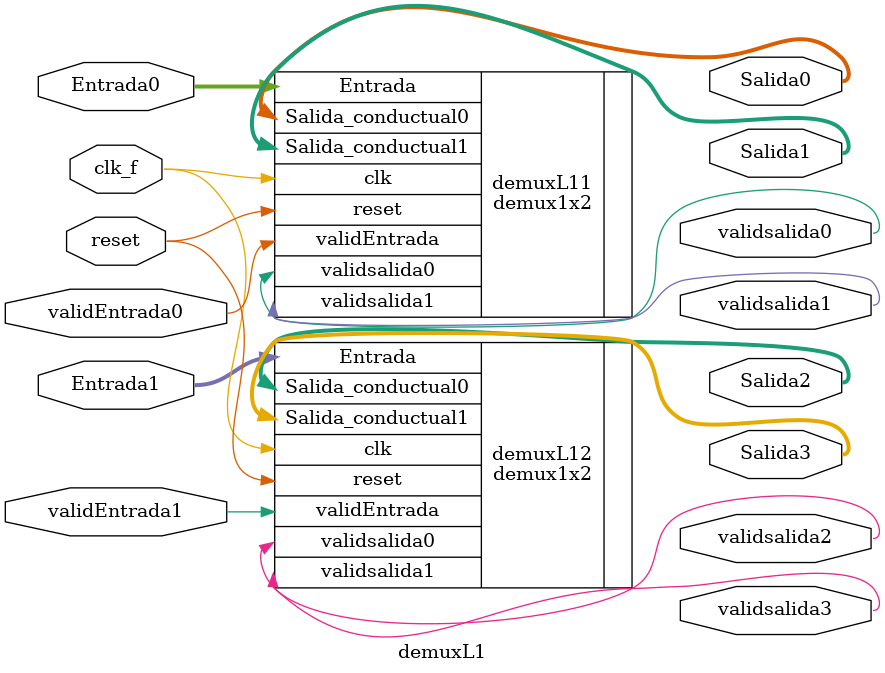
<source format=v>

module demuxL1(
    
    //salida buses de 8 bits 2
    output [7:0]Salida0,
    output [7:0]Salida1,
    output [7:0]Salida2,
    output [7:0]Salida3,
    //salida valids
    output validsalida0,
    output validsalida1,
    output validsalida2,
    output validsalida3,   
    //buses de entrada, 4 de 8 bits
    input [7:0] Entrada0,
    input [7:0] Entrada1,
    
    //valids de entrada 4
    input validEntrada0,
    input validEntrada1,
    
    //reloj
    input clk_f,
    input reset);

    demux1x2 demuxL11(
  //salida 8 bits
    .Salida_conductual0(Salida0[7:0]),
    .Salida_conductual1(Salida1[7:0]),
    
    //salida valid
    .validsalida0(validsalida0),
    .validsalida1(validsalida1),
    
    //entradas
    //2 buses de bits de entrada 8 cada uno
    .Entrada(Entrada0[7:0]),
    
    //2 valids entrada
    .validEntrada(validEntrada0),
    
    //clk
    .clk(clk_f),
    .reset(reset)
    );
    
    demux1x2 demuxL12(
  //salida 8 bits
    .Salida_conductual0(Salida2[7:0]),
    .Salida_conductual1(Salida3[7:0]),
    
    //salida valid
    .validsalida0(validsalida2),
    .validsalida1(validsalida3),
    
    //entradas
    //2 buses de bits de entrada 8 cada uno
    .Entrada(Entrada1[7:0]),
    
    //2 valids entrada
    .validEntrada(validEntrada1),
    
    //clk
    .clk(clk_f),
    .reset(reset)
    );
endmodule

</source>
